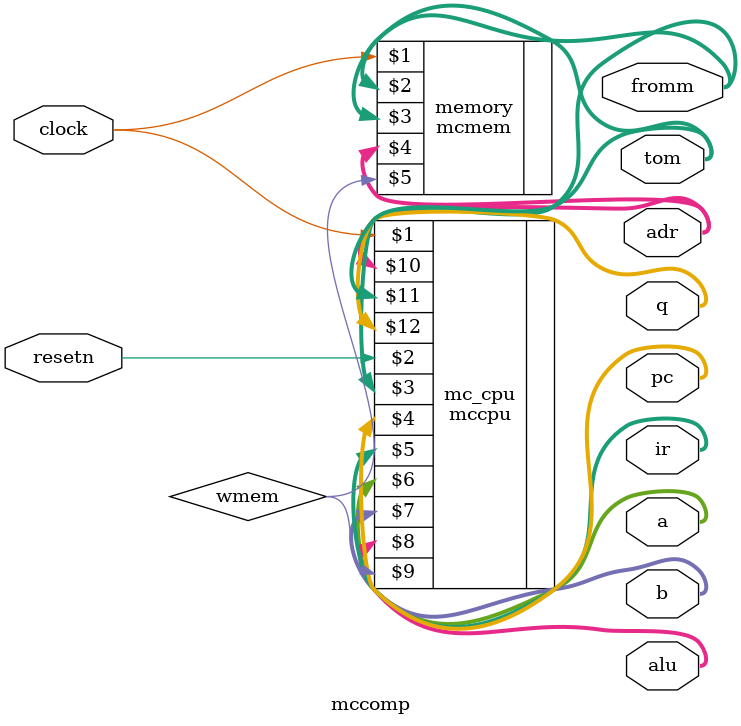
<source format=v>
`include "mccpu.v"
`include "mcmem.v"

module mccomp (clock, resetn, q, a, b, alu, adr, tom, fromm, pc, ir);
    input   clock, resetn;
    output  [31: 0] a, b, alu, adr, tom, fromm, pc, ir;
    output  [2:0] q;

    wire wmem;

    mccpu mc_cpu (clock, resetn, fromm, pc, ir, a, b, alu, wmem, adr, tom, q);
    mcmem memory (clock, fromm, tom, adr, wmem);
endmodule

</source>
